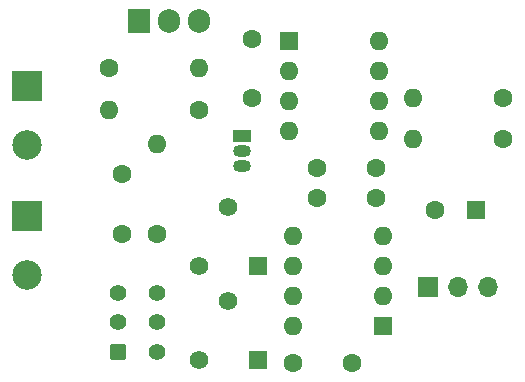
<source format=gts>
G04 #@! TF.GenerationSoftware,KiCad,Pcbnew,8.0.6*
G04 #@! TF.CreationDate,2024-12-30T13:43:42+01:00*
G04 #@! TF.ProjectId,UselessBox,5573656c-6573-4734-926f-782e6b696361,rev?*
G04 #@! TF.SameCoordinates,Original*
G04 #@! TF.FileFunction,Soldermask,Top*
G04 #@! TF.FilePolarity,Negative*
%FSLAX46Y46*%
G04 Gerber Fmt 4.6, Leading zero omitted, Abs format (unit mm)*
G04 Created by KiCad (PCBNEW 8.0.6) date 2024-12-30 13:43:42*
%MOMM*%
%LPD*%
G01*
G04 APERTURE LIST*
G04 Aperture macros list*
%AMRoundRect*
0 Rectangle with rounded corners*
0 $1 Rounding radius*
0 $2 $3 $4 $5 $6 $7 $8 $9 X,Y pos of 4 corners*
0 Add a 4 corners polygon primitive as box body*
4,1,4,$2,$3,$4,$5,$6,$7,$8,$9,$2,$3,0*
0 Add four circle primitives for the rounded corners*
1,1,$1+$1,$2,$3*
1,1,$1+$1,$4,$5*
1,1,$1+$1,$6,$7*
1,1,$1+$1,$8,$9*
0 Add four rect primitives between the rounded corners*
20,1,$1+$1,$2,$3,$4,$5,0*
20,1,$1+$1,$4,$5,$6,$7,0*
20,1,$1+$1,$6,$7,$8,$9,0*
20,1,$1+$1,$8,$9,$2,$3,0*%
G04 Aperture macros list end*
%ADD10R,1.700000X1.700000*%
%ADD11O,1.700000X1.700000*%
%ADD12R,2.500000X2.500000*%
%ADD13C,2.500000*%
%ADD14R,1.600000X1.600000*%
%ADD15O,1.600000X1.600000*%
%ADD16RoundRect,0.250000X0.450000X-0.450000X0.450000X0.450000X-0.450000X0.450000X-0.450000X-0.450000X0*%
%ADD17C,1.400000*%
%ADD18R,1.560000X1.560000*%
%ADD19C,1.560000*%
%ADD20C,1.600000*%
%ADD21R,1.500000X1.050000*%
%ADD22O,1.500000X1.050000*%
%ADD23R,1.905000X2.000000*%
%ADD24O,1.905000X2.000000*%
G04 APERTURE END LIST*
D10*
X168420000Y-87500000D03*
D11*
X170960000Y-87500000D03*
X173500000Y-87500000D03*
D12*
X134500000Y-70500000D03*
D13*
X134500000Y-75500000D03*
D12*
X134500000Y-81500000D03*
D13*
X134500000Y-86500000D03*
D14*
X164620000Y-90800000D03*
D15*
X164620000Y-88260000D03*
X164620000Y-85720000D03*
X164620000Y-83180000D03*
X157000000Y-83180000D03*
X157000000Y-85720000D03*
X157000000Y-88260000D03*
X157000000Y-90800000D03*
D14*
X156700000Y-66700000D03*
D15*
X156700000Y-69240000D03*
X156700000Y-71780000D03*
X156700000Y-74320000D03*
X164320000Y-74320000D03*
X164320000Y-71780000D03*
X164320000Y-69240000D03*
X164320000Y-66700000D03*
D16*
X142200000Y-93000000D03*
D17*
X142200000Y-90500000D03*
X142200000Y-88000000D03*
X145500000Y-88000000D03*
X145500000Y-90500000D03*
X145500000Y-93000000D03*
D18*
X154000000Y-85740000D03*
D19*
X151500000Y-80740000D03*
X149000000Y-85740000D03*
D18*
X154000000Y-93680000D03*
D19*
X151500000Y-88680000D03*
X149000000Y-93680000D03*
D20*
X145500000Y-83000000D03*
D15*
X145500000Y-75380000D03*
D20*
X149000000Y-72500000D03*
D15*
X141380000Y-72500000D03*
D20*
X141380000Y-69000000D03*
D15*
X149000000Y-69000000D03*
D20*
X174810000Y-71500000D03*
D15*
X167190000Y-71500000D03*
X167190000Y-75000000D03*
D20*
X174810000Y-75000000D03*
D21*
X152640000Y-74730000D03*
D22*
X152640000Y-76000000D03*
X152640000Y-77270000D03*
D23*
X143920000Y-65000000D03*
D24*
X146460000Y-65000000D03*
X149000000Y-65000000D03*
D20*
X142500000Y-78000000D03*
X142500000Y-83000000D03*
D14*
X172500000Y-81000000D03*
D20*
X169000000Y-81000000D03*
X157000000Y-94000000D03*
X162000000Y-94000000D03*
X159000000Y-80000000D03*
X164000000Y-80000000D03*
X164000000Y-77470000D03*
X159000000Y-77470000D03*
X153500000Y-71500000D03*
X153500000Y-66500000D03*
M02*

</source>
